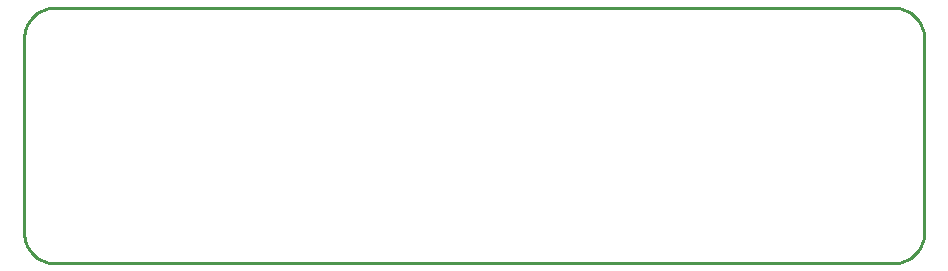
<source format=gbr>
G04 EAGLE Gerber RS-274X export*
G75*
%MOMM*%
%FSLAX34Y34*%
%LPD*%
%IN*%
%IPPOS*%
%AMOC8*
5,1,8,0,0,1.08239X$1,22.5*%
G01*
%ADD10C,0.254000*%


D10*
X-381000Y-82550D02*
X-380903Y-84764D01*
X-380614Y-86961D01*
X-380135Y-89124D01*
X-379468Y-91237D01*
X-378620Y-93285D01*
X-377597Y-95250D01*
X-376406Y-97119D01*
X-375058Y-98877D01*
X-373561Y-100511D01*
X-371927Y-102008D01*
X-370169Y-103356D01*
X-368300Y-104547D01*
X-366335Y-105570D01*
X-364287Y-106418D01*
X-362174Y-107085D01*
X-360011Y-107564D01*
X-357814Y-107853D01*
X-355600Y-107950D01*
X355600Y-107950D01*
X357814Y-107853D01*
X360011Y-107564D01*
X362174Y-107085D01*
X364287Y-106418D01*
X366335Y-105570D01*
X368300Y-104547D01*
X370169Y-103356D01*
X371927Y-102008D01*
X373561Y-100511D01*
X375058Y-98877D01*
X376406Y-97119D01*
X377597Y-95250D01*
X378620Y-93285D01*
X379468Y-91237D01*
X380135Y-89124D01*
X380614Y-86961D01*
X380903Y-84764D01*
X381000Y-82550D01*
X381000Y82550D01*
X380903Y84764D01*
X380614Y86961D01*
X380135Y89124D01*
X379468Y91237D01*
X378620Y93285D01*
X377597Y95250D01*
X376406Y97119D01*
X375058Y98877D01*
X373561Y100511D01*
X371927Y102008D01*
X370169Y103356D01*
X368300Y104547D01*
X366335Y105570D01*
X364287Y106418D01*
X362174Y107085D01*
X360011Y107564D01*
X357814Y107853D01*
X355600Y107950D01*
X-355600Y107950D01*
X-357814Y107853D01*
X-360011Y107564D01*
X-362174Y107085D01*
X-364287Y106418D01*
X-366335Y105570D01*
X-368300Y104547D01*
X-370169Y103356D01*
X-371927Y102008D01*
X-373561Y100511D01*
X-375058Y98877D01*
X-376406Y97119D01*
X-377597Y95250D01*
X-378620Y93285D01*
X-379468Y91237D01*
X-380135Y89124D01*
X-380614Y86961D01*
X-380903Y84764D01*
X-381000Y82550D01*
X-381000Y-82550D01*
M02*

</source>
